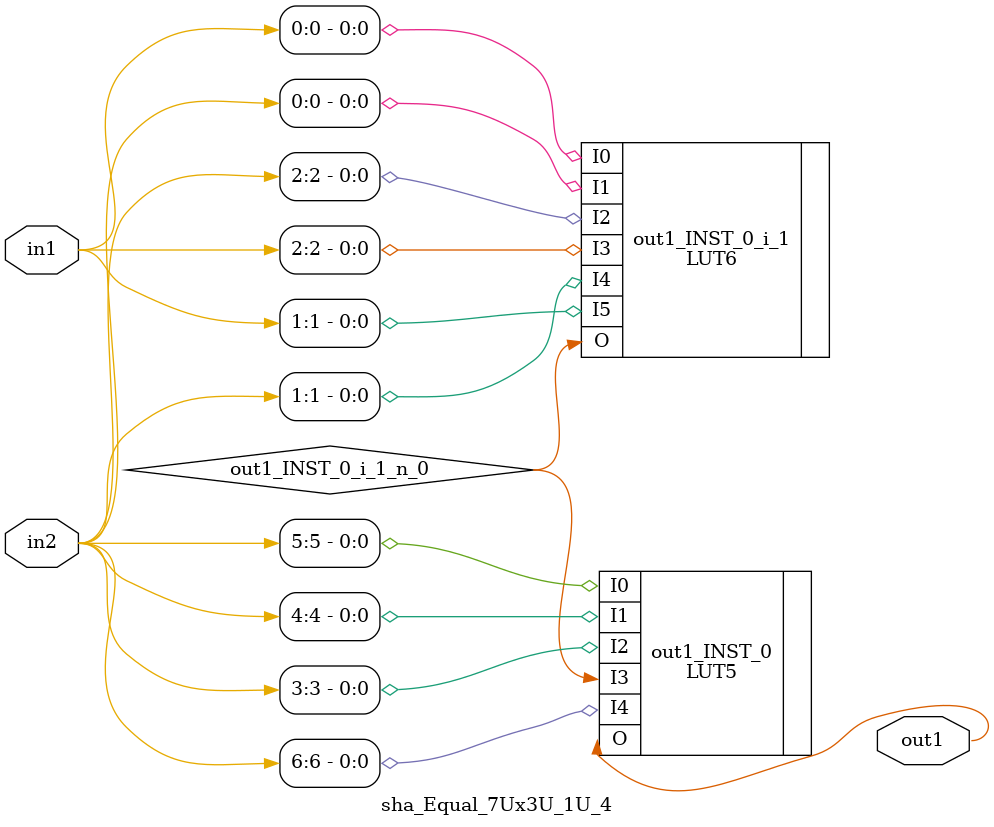
<source format=v>
`timescale 1 ps / 1 ps

(* STRUCTURAL_NETLIST = "yes" *)
module sha_Equal_7Ux3U_1U_4
   (in2,
    in1,
    out1);
  input [6:0]in2;
  input [2:0]in1;
  output out1;

  wire [2:0]in1;
  wire [6:0]in2;
  wire out1;
  wire out1_INST_0_i_1_n_0;

  LUT5 #(
    .INIT(32'h00000100)) 
    out1_INST_0
       (.I0(in2[5]),
        .I1(in2[4]),
        .I2(in2[3]),
        .I3(out1_INST_0_i_1_n_0),
        .I4(in2[6]),
        .O(out1));
  LUT6 #(
    .INIT(64'h9009000000009009)) 
    out1_INST_0_i_1
       (.I0(in1[0]),
        .I1(in2[0]),
        .I2(in2[2]),
        .I3(in1[2]),
        .I4(in2[1]),
        .I5(in1[1]),
        .O(out1_INST_0_i_1_n_0));
endmodule


</source>
